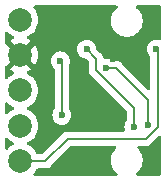
<source format=gbr>
%TF.GenerationSoftware,KiCad,Pcbnew,8.0.6*%
%TF.CreationDate,2024-12-03T19:32:54-08:00*%
%TF.ProjectId,VCNL4040Breakout,56434e4c-3430-4343-9042-7265616b6f75,rev?*%
%TF.SameCoordinates,Original*%
%TF.FileFunction,Copper,L2,Bot*%
%TF.FilePolarity,Positive*%
%FSLAX46Y46*%
G04 Gerber Fmt 4.6, Leading zero omitted, Abs format (unit mm)*
G04 Created by KiCad (PCBNEW 8.0.6) date 2024-12-03 19:32:54*
%MOMM*%
%LPD*%
G01*
G04 APERTURE LIST*
%TA.AperFunction,ComponentPad*%
%ADD10C,2.000000*%
%TD*%
%TA.AperFunction,ViaPad*%
%ADD11C,0.600000*%
%TD*%
%TA.AperFunction,Conductor*%
%ADD12C,0.200000*%
%TD*%
G04 APERTURE END LIST*
D10*
%TO.P,SCL,1,1*%
%TO.N,Net-(IC1-SCLK)*%
X122000000Y-100500000D03*
%TD*%
%TO.P,SDA,1,1*%
%TO.N,Net-(IC1-SDAT)*%
X122000000Y-103500000D03*
%TD*%
%TO.P,3V3,1,1*%
%TO.N,Net-(IC1-A)*%
X122000000Y-91500000D03*
%TD*%
%TO.P,GND,1,1*%
%TO.N,GND*%
X122000000Y-94500000D03*
%TD*%
%TO.P,INT,1,1*%
%TO.N,Net-(IC1-INT)*%
X122000000Y-97500000D03*
%TD*%
D11*
%TO.N,Net-(IC1-A)*%
X125375735Y-95000000D03*
X125500000Y-99600000D03*
%TO.N,Net-(IC1-K(LED))*%
X129200000Y-95600000D03*
X132800000Y-100400000D03*
%TO.N,Net-(IC1-SDAT)*%
X133500000Y-94000000D03*
%TO.N,Net-(IC1-INT)*%
X131600000Y-100600000D03*
X127600000Y-94000000D03*
%TO.N,GND*%
X129400000Y-99800000D03*
X128500000Y-92000000D03*
X129800000Y-94800000D03*
%TD*%
D12*
%TO.N,Net-(IC1-A)*%
X125500000Y-95124265D02*
X125375735Y-95000000D01*
X125500000Y-99600000D02*
X125500000Y-95124265D01*
%TO.N,Net-(IC1-K(LED))*%
X129200000Y-95600000D02*
X130100000Y-95600000D01*
X130100000Y-95600000D02*
X132800000Y-98300000D01*
X132800000Y-98300000D02*
X132800000Y-100400000D01*
%TO.N,Net-(IC1-SDAT)*%
X133500000Y-94000000D02*
X133600000Y-94100000D01*
X126000000Y-101600000D02*
X124100000Y-103500000D01*
X124100000Y-103500000D02*
X122000000Y-103500000D01*
X132600000Y-101600000D02*
X126000000Y-101600000D01*
X133600000Y-100600000D02*
X132600000Y-101600000D01*
X133600000Y-94100000D02*
X133600000Y-100600000D01*
%TO.N,Net-(IC1-INT)*%
X131600000Y-99000000D02*
X128400000Y-95800000D01*
X128400000Y-95800000D02*
X128400000Y-94800000D01*
X128400000Y-94800000D02*
X127600000Y-94000000D01*
X131600000Y-100600000D02*
X131600000Y-99000000D01*
%TD*%
%TA.AperFunction,Conductor*%
%TO.N,GND*%
G36*
X130176406Y-90320185D02*
G01*
X130222161Y-90372989D01*
X130232105Y-90442147D01*
X130203080Y-90505703D01*
X130182252Y-90524819D01*
X130120207Y-90569896D01*
X129969890Y-90720213D01*
X129844951Y-90892179D01*
X129748444Y-91081585D01*
X129682753Y-91283760D01*
X129649500Y-91493713D01*
X129649500Y-91706286D01*
X129682753Y-91916239D01*
X129748444Y-92118414D01*
X129844951Y-92307820D01*
X129969890Y-92479786D01*
X130120213Y-92630109D01*
X130292179Y-92755048D01*
X130292181Y-92755049D01*
X130292184Y-92755051D01*
X130481588Y-92851557D01*
X130683757Y-92917246D01*
X130893713Y-92950500D01*
X130893714Y-92950500D01*
X131106286Y-92950500D01*
X131106287Y-92950500D01*
X131316243Y-92917246D01*
X131518412Y-92851557D01*
X131707816Y-92755051D01*
X131729789Y-92739086D01*
X131879786Y-92630109D01*
X131879788Y-92630106D01*
X131879792Y-92630104D01*
X132030104Y-92479792D01*
X132030106Y-92479788D01*
X132030109Y-92479786D01*
X132155048Y-92307820D01*
X132155047Y-92307820D01*
X132155051Y-92307816D01*
X132251557Y-92118412D01*
X132317246Y-91916243D01*
X132350500Y-91706287D01*
X132350500Y-91493713D01*
X132317246Y-91283757D01*
X132251557Y-91081588D01*
X132155051Y-90892184D01*
X132155049Y-90892181D01*
X132155048Y-90892179D01*
X132030109Y-90720213D01*
X131879792Y-90569896D01*
X131817748Y-90524819D01*
X131775082Y-90469489D01*
X131769103Y-90399876D01*
X131801708Y-90338080D01*
X131862547Y-90303723D01*
X131890633Y-90300500D01*
X133775500Y-90300500D01*
X133842539Y-90320185D01*
X133888294Y-90372989D01*
X133899500Y-90424500D01*
X133899500Y-93116936D01*
X133879815Y-93183975D01*
X133827011Y-93229730D01*
X133757853Y-93239674D01*
X133734547Y-93233978D01*
X133679260Y-93214633D01*
X133679249Y-93214630D01*
X133500004Y-93194435D01*
X133499996Y-93194435D01*
X133320750Y-93214630D01*
X133320745Y-93214631D01*
X133150476Y-93274211D01*
X132997737Y-93370184D01*
X132870184Y-93497737D01*
X132774211Y-93650476D01*
X132714631Y-93820745D01*
X132714630Y-93820750D01*
X132694435Y-93999996D01*
X132694435Y-94000003D01*
X132714630Y-94179249D01*
X132714631Y-94179254D01*
X132774211Y-94349523D01*
X132870184Y-94502262D01*
X132963181Y-94595259D01*
X132996666Y-94656582D01*
X132999500Y-94682940D01*
X132999500Y-97350902D01*
X132979815Y-97417941D01*
X132927011Y-97463696D01*
X132857853Y-97473640D01*
X132794297Y-97444615D01*
X132787819Y-97438583D01*
X130587590Y-95238355D01*
X130587588Y-95238352D01*
X130468717Y-95119481D01*
X130468709Y-95119475D01*
X130366936Y-95060717D01*
X130366934Y-95060716D01*
X130331790Y-95040425D01*
X130331789Y-95040424D01*
X130319263Y-95037067D01*
X130179057Y-94999499D01*
X130020943Y-94999499D01*
X130013347Y-94999499D01*
X130013331Y-94999500D01*
X129782412Y-94999500D01*
X129715373Y-94979815D01*
X129705097Y-94972445D01*
X129702263Y-94970185D01*
X129702262Y-94970184D01*
X129645496Y-94934515D01*
X129549523Y-94874211D01*
X129379254Y-94814631D01*
X129379249Y-94814630D01*
X129200004Y-94794435D01*
X129199996Y-94794435D01*
X129131501Y-94802152D01*
X129062679Y-94790097D01*
X129011300Y-94742748D01*
X128997844Y-94711030D01*
X128959577Y-94568215D01*
X128902131Y-94468716D01*
X128880520Y-94431284D01*
X128768716Y-94319480D01*
X128768715Y-94319479D01*
X128764385Y-94315149D01*
X128764374Y-94315139D01*
X128430700Y-93981465D01*
X128397215Y-93920142D01*
X128395163Y-93907686D01*
X128385368Y-93820745D01*
X128325789Y-93650478D01*
X128229816Y-93497738D01*
X128102262Y-93370184D01*
X127999500Y-93305614D01*
X127949523Y-93274211D01*
X127779254Y-93214631D01*
X127779249Y-93214630D01*
X127600004Y-93194435D01*
X127599996Y-93194435D01*
X127420750Y-93214630D01*
X127420745Y-93214631D01*
X127250476Y-93274211D01*
X127097737Y-93370184D01*
X126970184Y-93497737D01*
X126874211Y-93650476D01*
X126814631Y-93820745D01*
X126814630Y-93820750D01*
X126794435Y-93999996D01*
X126794435Y-94000003D01*
X126814630Y-94179249D01*
X126814631Y-94179254D01*
X126874211Y-94349523D01*
X126949106Y-94468717D01*
X126970184Y-94502262D01*
X127097738Y-94629816D01*
X127250478Y-94725789D01*
X127420745Y-94785368D01*
X127507669Y-94795161D01*
X127572080Y-94822226D01*
X127581465Y-94830700D01*
X127763181Y-95012416D01*
X127796666Y-95073739D01*
X127799500Y-95100097D01*
X127799500Y-95713330D01*
X127799499Y-95713348D01*
X127799499Y-95879054D01*
X127799498Y-95879054D01*
X127840422Y-96031784D01*
X127840423Y-96031785D01*
X127842000Y-96034517D01*
X127842004Y-96034531D01*
X127842008Y-96034530D01*
X127919477Y-96168712D01*
X127919481Y-96168717D01*
X128038349Y-96287585D01*
X128038355Y-96287590D01*
X130963181Y-99212416D01*
X130996666Y-99273739D01*
X130999500Y-99300097D01*
X130999500Y-100017587D01*
X130979815Y-100084626D01*
X130972450Y-100094896D01*
X130970186Y-100097734D01*
X130874211Y-100250476D01*
X130814631Y-100420745D01*
X130814630Y-100420750D01*
X130794435Y-100599996D01*
X130794435Y-100600003D01*
X130814630Y-100779249D01*
X130814633Y-100779262D01*
X130833978Y-100834545D01*
X130837540Y-100904324D01*
X130802812Y-100964951D01*
X130740818Y-100997179D01*
X130716937Y-100999500D01*
X126086670Y-100999500D01*
X126086654Y-100999499D01*
X126079058Y-100999499D01*
X125920943Y-100999499D01*
X125844579Y-101019961D01*
X125768214Y-101040423D01*
X125768209Y-101040426D01*
X125631290Y-101119475D01*
X125631282Y-101119481D01*
X123887584Y-102863181D01*
X123826261Y-102896666D01*
X123799903Y-102899500D01*
X123456116Y-102899500D01*
X123389077Y-102879815D01*
X123343322Y-102827011D01*
X123342560Y-102825311D01*
X123324172Y-102783391D01*
X123188166Y-102575217D01*
X123137527Y-102520209D01*
X123019744Y-102392262D01*
X122823509Y-102239526D01*
X122823507Y-102239525D01*
X122823506Y-102239524D01*
X122604811Y-102121172D01*
X122604802Y-102121169D01*
X122593477Y-102117281D01*
X122536462Y-102076896D01*
X122510331Y-102012096D01*
X122523382Y-101943456D01*
X122571471Y-101892768D01*
X122593477Y-101882719D01*
X122597235Y-101881428D01*
X122604810Y-101878828D01*
X122823509Y-101760474D01*
X123019744Y-101607738D01*
X123188164Y-101424785D01*
X123324173Y-101216607D01*
X123424063Y-100988881D01*
X123485108Y-100747821D01*
X123505643Y-100500000D01*
X123499076Y-100420750D01*
X123485109Y-100252187D01*
X123485107Y-100252175D01*
X123424063Y-100011118D01*
X123324173Y-99783393D01*
X123188166Y-99575217D01*
X123115468Y-99496246D01*
X123019744Y-99392262D01*
X122823509Y-99239526D01*
X122823507Y-99239525D01*
X122823506Y-99239524D01*
X122604811Y-99121172D01*
X122604802Y-99121169D01*
X122593477Y-99117281D01*
X122536462Y-99076896D01*
X122510331Y-99012096D01*
X122523382Y-98943456D01*
X122571471Y-98892768D01*
X122593477Y-98882719D01*
X122597235Y-98881428D01*
X122604810Y-98878828D01*
X122823509Y-98760474D01*
X123019744Y-98607738D01*
X123188164Y-98424785D01*
X123324173Y-98216607D01*
X123424063Y-97988881D01*
X123485108Y-97747821D01*
X123505643Y-97500000D01*
X123498843Y-97417941D01*
X123485109Y-97252187D01*
X123485107Y-97252175D01*
X123424063Y-97011118D01*
X123324173Y-96783393D01*
X123188166Y-96575217D01*
X123115468Y-96496246D01*
X123019744Y-96392262D01*
X122823509Y-96239526D01*
X122823507Y-96239525D01*
X122823506Y-96239524D01*
X122604811Y-96121172D01*
X122604802Y-96121169D01*
X122592705Y-96117016D01*
X122535690Y-96076631D01*
X122509559Y-96011831D01*
X122522610Y-95943191D01*
X122570699Y-95892504D01*
X122592707Y-95882453D01*
X122604608Y-95878367D01*
X122604614Y-95878364D01*
X122823228Y-95760057D01*
X122823231Y-95760055D01*
X122870056Y-95723609D01*
X122129409Y-94982962D01*
X122192993Y-94965925D01*
X122307007Y-94900099D01*
X122400099Y-94807007D01*
X122465925Y-94692993D01*
X122482962Y-94629410D01*
X123223434Y-95369882D01*
X123323731Y-95216369D01*
X123418640Y-94999996D01*
X124570170Y-94999996D01*
X124570170Y-95000003D01*
X124590365Y-95179249D01*
X124590366Y-95179254D01*
X124649946Y-95349523D01*
X124745919Y-95502262D01*
X124863181Y-95619524D01*
X124896666Y-95680847D01*
X124899500Y-95707205D01*
X124899500Y-99017587D01*
X124879815Y-99084626D01*
X124872450Y-99094896D01*
X124870186Y-99097734D01*
X124774211Y-99250476D01*
X124714631Y-99420745D01*
X124714630Y-99420750D01*
X124694435Y-99599996D01*
X124694435Y-99600003D01*
X124714630Y-99779249D01*
X124714631Y-99779254D01*
X124774211Y-99949523D01*
X124865556Y-100094896D01*
X124870184Y-100102262D01*
X124997738Y-100229816D01*
X125150478Y-100325789D01*
X125320745Y-100385368D01*
X125320750Y-100385369D01*
X125499996Y-100405565D01*
X125500000Y-100405565D01*
X125500004Y-100405565D01*
X125679249Y-100385369D01*
X125679252Y-100385368D01*
X125679255Y-100385368D01*
X125849522Y-100325789D01*
X126002262Y-100229816D01*
X126129816Y-100102262D01*
X126225789Y-99949522D01*
X126285368Y-99779255D01*
X126305565Y-99600000D01*
X126302772Y-99575215D01*
X126285369Y-99420750D01*
X126285368Y-99420745D01*
X126225788Y-99250476D01*
X126192645Y-99197730D01*
X126129816Y-99097738D01*
X126129814Y-99097736D01*
X126129813Y-99097734D01*
X126127550Y-99094896D01*
X126126659Y-99092715D01*
X126126111Y-99091842D01*
X126126264Y-99091745D01*
X126101144Y-99030209D01*
X126100500Y-99017587D01*
X126100500Y-95373517D01*
X126107459Y-95332562D01*
X126161101Y-95179262D01*
X126161104Y-95179249D01*
X126181300Y-95000003D01*
X126181300Y-94999996D01*
X126161104Y-94820750D01*
X126161103Y-94820745D01*
X126135557Y-94747738D01*
X126101524Y-94650478D01*
X126005551Y-94497738D01*
X125877997Y-94370184D01*
X125845114Y-94349522D01*
X125725258Y-94274211D01*
X125554989Y-94214631D01*
X125554984Y-94214630D01*
X125375739Y-94194435D01*
X125375731Y-94194435D01*
X125196485Y-94214630D01*
X125196480Y-94214631D01*
X125026211Y-94274211D01*
X124873472Y-94370184D01*
X124745919Y-94497737D01*
X124649946Y-94650476D01*
X124590366Y-94820745D01*
X124590365Y-94820750D01*
X124570170Y-94999996D01*
X123418640Y-94999996D01*
X123423587Y-94988717D01*
X123484612Y-94747738D01*
X123484614Y-94747729D01*
X123505141Y-94500005D01*
X123505141Y-94499994D01*
X123484614Y-94252270D01*
X123484612Y-94252261D01*
X123423587Y-94011282D01*
X123323731Y-93783630D01*
X123223434Y-93630116D01*
X122482962Y-94370589D01*
X122465925Y-94307007D01*
X122400099Y-94192993D01*
X122307007Y-94099901D01*
X122192993Y-94034075D01*
X122129410Y-94017037D01*
X122870057Y-93276390D01*
X122870056Y-93276389D01*
X122823229Y-93239943D01*
X122604614Y-93121635D01*
X122604605Y-93121631D01*
X122592701Y-93117544D01*
X122535687Y-93077156D01*
X122509559Y-93012356D01*
X122522612Y-92943716D01*
X122570703Y-92893030D01*
X122592705Y-92882983D01*
X122604810Y-92878828D01*
X122823509Y-92760474D01*
X123019744Y-92607738D01*
X123188164Y-92424785D01*
X123324173Y-92216607D01*
X123424063Y-91988881D01*
X123485108Y-91747821D01*
X123505643Y-91500000D01*
X123505122Y-91493713D01*
X123485109Y-91252187D01*
X123485107Y-91252175D01*
X123424063Y-91011118D01*
X123324173Y-90783393D01*
X123188163Y-90575213D01*
X123126733Y-90508483D01*
X123095810Y-90445829D01*
X123103670Y-90376403D01*
X123147817Y-90322247D01*
X123214234Y-90300556D01*
X123217962Y-90300500D01*
X130109367Y-90300500D01*
X130176406Y-90320185D01*
G37*
%TD.AperFunction*%
%TA.AperFunction,Conductor*%
G36*
X121534075Y-94692993D02*
G01*
X121599901Y-94807007D01*
X121692993Y-94900099D01*
X121807007Y-94965925D01*
X121870590Y-94982962D01*
X121129942Y-95723609D01*
X121176768Y-95760055D01*
X121176770Y-95760056D01*
X121395385Y-95878364D01*
X121395396Y-95878369D01*
X121407294Y-95882454D01*
X121464309Y-95922839D01*
X121490440Y-95987639D01*
X121477389Y-96056279D01*
X121429300Y-96106967D01*
X121407296Y-96117016D01*
X121395191Y-96121171D01*
X121395188Y-96121172D01*
X121176493Y-96239524D01*
X120980255Y-96392262D01*
X120980252Y-96392265D01*
X120915729Y-96462356D01*
X120855842Y-96498347D01*
X120786004Y-96496246D01*
X120728388Y-96456722D01*
X120701287Y-96392322D01*
X120700500Y-96378373D01*
X120700500Y-95497308D01*
X120720185Y-95430269D01*
X120736819Y-95409627D01*
X121517037Y-94629409D01*
X121534075Y-94692993D01*
G37*
%TD.AperFunction*%
%TA.AperFunction,Conductor*%
G36*
X120905703Y-92527913D02*
G01*
X120915721Y-92537634D01*
X120980256Y-92607738D01*
X121176491Y-92760474D01*
X121395190Y-92878828D01*
X121407292Y-92882982D01*
X121464307Y-92923365D01*
X121490439Y-92988164D01*
X121477391Y-93056804D01*
X121429304Y-93107493D01*
X121407300Y-93117543D01*
X121395398Y-93121629D01*
X121395390Y-93121632D01*
X121176761Y-93239949D01*
X121129942Y-93276388D01*
X121129942Y-93276390D01*
X121870590Y-94017037D01*
X121807007Y-94034075D01*
X121692993Y-94099901D01*
X121599901Y-94192993D01*
X121534075Y-94307007D01*
X121517037Y-94370589D01*
X120736819Y-93590371D01*
X120703334Y-93529048D01*
X120700500Y-93502690D01*
X120700500Y-92621626D01*
X120720185Y-92554587D01*
X120772989Y-92508832D01*
X120842147Y-92498888D01*
X120905703Y-92527913D01*
G37*
%TD.AperFunction*%
%TD*%
%TA.AperFunction,NonConductor*%
G36*
X120905703Y-98527913D02*
G01*
X120915721Y-98537634D01*
X120980256Y-98607738D01*
X121176491Y-98760474D01*
X121395190Y-98878828D01*
X121405682Y-98882430D01*
X121406524Y-98882719D01*
X121463539Y-98923106D01*
X121489668Y-98987906D01*
X121476615Y-99056546D01*
X121428526Y-99107233D01*
X121406524Y-99117281D01*
X121395191Y-99121171D01*
X121395188Y-99121172D01*
X121176493Y-99239524D01*
X120980255Y-99392262D01*
X120980252Y-99392265D01*
X120915729Y-99462356D01*
X120855842Y-99498347D01*
X120786004Y-99496246D01*
X120728388Y-99456722D01*
X120701287Y-99392322D01*
X120700500Y-99378373D01*
X120700500Y-98621626D01*
X120720185Y-98554587D01*
X120772989Y-98508832D01*
X120842147Y-98498888D01*
X120905703Y-98527913D01*
G37*
%TD.AperFunction*%
%TA.AperFunction,NonConductor*%
G36*
X120905703Y-101527913D02*
G01*
X120915721Y-101537634D01*
X120980256Y-101607738D01*
X121176491Y-101760474D01*
X121395190Y-101878828D01*
X121405682Y-101882430D01*
X121406524Y-101882719D01*
X121463539Y-101923106D01*
X121489668Y-101987906D01*
X121476615Y-102056546D01*
X121428526Y-102107233D01*
X121406524Y-102117281D01*
X121395191Y-102121171D01*
X121395188Y-102121172D01*
X121176493Y-102239524D01*
X120980255Y-102392262D01*
X120980252Y-102392265D01*
X120915729Y-102462356D01*
X120855842Y-102498347D01*
X120786004Y-102496246D01*
X120728388Y-102456722D01*
X120701287Y-102392322D01*
X120700500Y-102378373D01*
X120700500Y-101621626D01*
X120720185Y-101554587D01*
X120772989Y-101508832D01*
X120842147Y-101498888D01*
X120905703Y-101527913D01*
G37*
%TD.AperFunction*%
%TA.AperFunction,NonConductor*%
G36*
X133818834Y-101332914D02*
G01*
X133874767Y-101374786D01*
X133899184Y-101440250D01*
X133899500Y-101449096D01*
X133899500Y-104575500D01*
X133879815Y-104642539D01*
X133827011Y-104688294D01*
X133775500Y-104699500D01*
X131890633Y-104699500D01*
X131823594Y-104679815D01*
X131777839Y-104627011D01*
X131767895Y-104557853D01*
X131796920Y-104494297D01*
X131817748Y-104475181D01*
X131879792Y-104430104D01*
X132030104Y-104279792D01*
X132030106Y-104279788D01*
X132030109Y-104279786D01*
X132155048Y-104107820D01*
X132155047Y-104107820D01*
X132155051Y-104107816D01*
X132251557Y-103918412D01*
X132317246Y-103716243D01*
X132350500Y-103506287D01*
X132350500Y-103293713D01*
X132317246Y-103083757D01*
X132251557Y-102881588D01*
X132155051Y-102692184D01*
X132155049Y-102692181D01*
X132155048Y-102692179D01*
X132030109Y-102520213D01*
X131922077Y-102412181D01*
X131888592Y-102350858D01*
X131893576Y-102281166D01*
X131935448Y-102225233D01*
X132000912Y-102200816D01*
X132009758Y-102200500D01*
X132513331Y-102200500D01*
X132513347Y-102200501D01*
X132520943Y-102200501D01*
X132679054Y-102200501D01*
X132679057Y-102200501D01*
X132831785Y-102159577D01*
X132898304Y-102121172D01*
X132968716Y-102080520D01*
X133080520Y-101968716D01*
X133080520Y-101968714D01*
X133090724Y-101958511D01*
X133090727Y-101958506D01*
X133687820Y-101361414D01*
X133749142Y-101327930D01*
X133818834Y-101332914D01*
G37*
%TD.AperFunction*%
%TA.AperFunction,NonConductor*%
G36*
X130057281Y-102220185D02*
G01*
X130103036Y-102272989D01*
X130112980Y-102342147D01*
X130083955Y-102405703D01*
X130077923Y-102412181D01*
X129969894Y-102520209D01*
X129969890Y-102520213D01*
X129844951Y-102692179D01*
X129748444Y-102881585D01*
X129682753Y-103083760D01*
X129649500Y-103293713D01*
X129649500Y-103506286D01*
X129682753Y-103716239D01*
X129748444Y-103918414D01*
X129844951Y-104107820D01*
X129969890Y-104279786D01*
X130120207Y-104430103D01*
X130182252Y-104475181D01*
X130224918Y-104530511D01*
X130230897Y-104600124D01*
X130198292Y-104661920D01*
X130137453Y-104696277D01*
X130109367Y-104699500D01*
X123217962Y-104699500D01*
X123150923Y-104679815D01*
X123105168Y-104627011D01*
X123095224Y-104557853D01*
X123124249Y-104494297D01*
X123126733Y-104491517D01*
X123160463Y-104454876D01*
X123188164Y-104424785D01*
X123324173Y-104216607D01*
X123342560Y-104174689D01*
X123387517Y-104121204D01*
X123454253Y-104100514D01*
X123456116Y-104100500D01*
X124013331Y-104100500D01*
X124013347Y-104100501D01*
X124020943Y-104100501D01*
X124179054Y-104100501D01*
X124179057Y-104100501D01*
X124331785Y-104059577D01*
X124381904Y-104030639D01*
X124468716Y-103980520D01*
X124580520Y-103868716D01*
X124580520Y-103868714D01*
X124590728Y-103858507D01*
X124590729Y-103858504D01*
X126212417Y-102236819D01*
X126273740Y-102203334D01*
X126300098Y-102200500D01*
X129990242Y-102200500D01*
X130057281Y-102220185D01*
G37*
%TD.AperFunction*%
M02*

</source>
